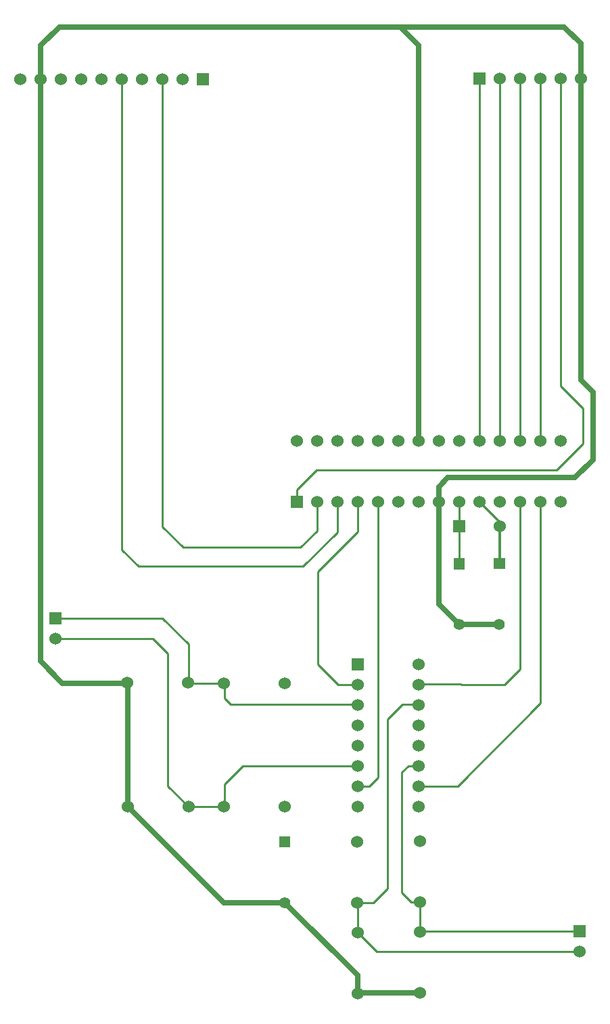
<source format=gbr>
G04 start of page 3 for group 1 idx 0 *
G04 Title: rolin, solder *
G04 Creator: pcb 20091103 *
G04 CreationDate: vie 16 abr 2010 18:34:02 GMT UTC *
G04 For: jegc *
G04 Format: Gerber/RS-274X *
G04 PCB-Dimensions: 314961 629921 *
G04 PCB-Coordinate-Origin: lower left *
%MOIN*%
%FSLAX25Y25*%
%LNBACK*%
%ADD11C,0.0250*%
%ADD12C,0.0200*%
%ADD13C,0.0600*%
%ADD14C,0.0550*%
%ADD15C,0.0380*%
%ADD16C,0.0300*%
%ADD17C,0.0280*%
%ADD18C,0.0100*%
G54D18*X85472Y595511D02*Y375157D01*
G54D11*X25473Y595512D02*X25276Y595315D01*
X25473Y612009D02*Y595512D01*
X25512Y595551D02*X25394Y595433D01*
G54D18*X85473Y595512D02*X85472Y595511D01*
X65473Y595512D02*X65472Y595511D01*
Y363701D01*
G54D11*X34567Y621103D02*X25473Y612009D01*
X25276Y595315D02*Y308976D01*
G54D18*X73504Y355669D02*X65473Y363700D01*
X85394Y330117D02*X32559D01*
X80630Y320117D02*X32559D01*
G54D11*X25276Y308975D02*X35983Y298268D01*
X68190D01*
G54D18*X181654Y387491D02*Y372677D01*
X151576Y393386D02*Y387569D01*
X181576D02*X181654Y387491D01*
X161576Y387569D02*X161615Y387530D01*
Y373188D01*
X161221Y403031D02*X151576Y393386D01*
X171891Y297597D02*X181655D01*
X162048Y353071D02*X162009Y307519D01*
X171891Y297597D01*
X181654Y372677D02*X162048Y353071D01*
X171575Y372480D02*X154764Y355669D01*
X161615Y373188D02*X153466Y365039D01*
X95591D01*
X154764Y355669D02*X73504D01*
X95591Y365039D02*X85473Y375157D01*
X115828Y298228D02*X115788Y298268D01*
X98190D01*
X98150Y298308D01*
Y317361D01*
X85394Y330117D01*
X88071Y312676D02*X80630Y320117D01*
X271536Y417609D02*Y595630D01*
G54D11*X291535Y595629D02*Y447441D01*
G54D18*X281654Y595512D02*Y444449D01*
X241536Y417609D02*Y595630D01*
X251576Y595590D02*Y417569D01*
X261576Y595590D02*Y417569D01*
G54D11*X211614Y417607D02*Y550669D01*
X211576Y417569D02*X211614Y417607D01*
X211576Y417569D02*X211615Y417608D01*
G54D18*X271576Y417569D02*X271536Y417609D01*
X292717Y416102D02*X279646Y403031D01*
X281654Y444449D02*X292716Y433306D01*
X292717Y416102D01*
G54D11*X297638Y408228D02*Y441338D01*
X291536Y447440D01*
X226024Y399291D02*X288701D01*
X297638Y408228D01*
X283464Y621103D02*X34567D01*
X211615Y612166D02*X202717Y621063D01*
X291575Y595669D02*Y612992D01*
X283464Y621103D01*
G54D18*X261536Y595630D02*X261576Y595590D01*
G54D11*X291575Y595669D02*X291535Y595629D01*
G54D18*X271536Y595630D02*X271576Y595590D01*
Y550680D01*
X281536Y595630D02*X281654Y595512D01*
G54D11*X211615Y550719D02*Y612166D01*
G54D18*X251536Y595630D02*X251576Y595590D01*
X261576D02*Y550680D01*
G54D11*X68190Y298268D02*X68229Y298229D01*
Y237441D01*
G54D18*X88071Y247599D02*Y312676D01*
G54D11*X115553Y190117D02*X145672D01*
X68229Y237441D02*X115553Y190117D01*
G54D18*X115865Y237519D02*X115787Y237441D01*
X98229D01*
X88071Y247599D01*
X181615Y287637D02*X118976D01*
X115828Y290785D01*
X124961Y257597D02*X115865Y248501D01*
Y237519D01*
X115828Y290785D02*Y298228D01*
X181655Y257597D02*X124961D01*
X231629Y375457D02*Y356966D01*
G54D11*X221576Y337019D02*Y387569D01*
G54D18*X231550Y375536D02*X231629Y375457D01*
X231576Y387569D02*X231550Y387543D01*
X279646Y403031D02*X161221D01*
G54D11*X221497Y387648D02*X221496Y387489D01*
X221576Y387569D02*X221575Y387570D01*
Y394842D01*
X226024Y399291D01*
G54D18*X171576Y387569D02*X171575Y387568D01*
Y372480D01*
X231550Y387543D02*Y375536D01*
X241576Y387569D02*X251550Y377595D01*
Y375536D02*X251439Y375425D01*
X251550Y357169D02*Y377595D01*
X251439Y375425D02*Y357058D01*
X251550Y357169D01*
X211734Y297676D02*X254056Y297598D01*
X211655Y297597D02*X211734Y297676D01*
X254056Y297598D02*X261655Y305118D01*
X261576Y387569D01*
X271576Y288307D02*Y387569D01*
G54D11*X251439Y327058D02*X251347Y326966D01*
G54D18*X211655Y247597D02*X211656Y247598D01*
X191693Y251734D02*X191576Y387569D01*
X187441Y247600D02*X191693Y251734D01*
X211655Y257597D02*X206496D01*
X203307Y254408D01*
X211656Y247598D02*X230867D01*
X271576Y288307D01*
G54D11*X231629Y326966D02*X231721Y327058D01*
X251347Y326966D02*X231629D01*
X221576Y337019D01*
X145672Y190117D02*X181492Y154297D01*
G54D18*Y175556D02*X181497Y175551D01*
X181493Y190123D02*X181492Y190122D01*
Y175556D01*
G54D11*Y154297D02*Y145556D01*
X181845Y145909D01*
X212322D01*
G54D18*X181492Y175556D02*X191025Y166023D01*
X290827D01*
X212436Y176023D02*X290827D01*
X212281Y190320D02*X212322Y190279D01*
Y175909D01*
X212436Y176023D01*
X211655Y287597D02*X211497Y287755D01*
X203661D01*
X196378Y280472D01*
X181656Y247598D02*X187441Y247600D01*
X181655Y247597D02*X181656Y247598D01*
X189337Y190123D02*X181493D01*
X196378Y280472D02*Y197164D01*
X189337Y190123D01*
X203307Y254408D02*Y195117D01*
X208104Y190320D01*
X212281D01*
X181655Y287597D02*X181615Y287637D01*
G54D12*G36*
X238536Y598630D02*Y592630D01*
X244536D01*
Y598630D01*
X238536D01*
G37*
G54D13*X251536Y595630D03*
X261536D03*
X271536D03*
X281536D03*
X291536D03*
G54D12*G36*
X248689Y359808D02*Y354308D01*
X254189D01*
Y359808D01*
X248689D01*
G37*
G36*
X228879Y359716D02*Y354216D01*
X234379D01*
Y359716D01*
X228879D01*
G37*
G36*
X228550Y378536D02*Y372536D01*
X234550D01*
Y378536D01*
X228550D01*
G37*
G54D13*X251550Y375536D03*
G54D14*X251439Y327058D03*
X231629Y326966D03*
G54D13*X241576Y387569D03*
X251576D03*
X261576D03*
X271576D03*
X281576D03*
G54D12*G36*
X287827Y179023D02*Y173023D01*
X293827D01*
Y179023D01*
X287827D01*
G37*
G54D13*X290827Y166023D03*
X241576Y417569D03*
X251576D03*
X261576D03*
X271576D03*
X281576D03*
G54D12*G36*
X178655Y310597D02*Y304597D01*
X184655D01*
Y310597D01*
X178655D01*
G37*
G54D13*X181655Y297597D03*
Y287597D03*
Y277597D03*
Y267597D03*
X211655D03*
Y277597D03*
Y287597D03*
Y297597D03*
Y307597D03*
X181655Y257597D03*
X211655D03*
X181655Y247597D03*
Y237597D03*
X211655D03*
Y247597D03*
X181469Y190093D03*
Y220093D03*
X181548Y145449D03*
Y175449D03*
X212296Y190331D03*
Y220331D03*
X212336Y145922D03*
Y175922D03*
G54D12*G36*
X102473Y598512D02*Y592512D01*
X108473D01*
Y598512D01*
X102473D01*
G37*
G54D13*X95473Y595512D03*
X85473D03*
G54D12*G36*
X148576Y390569D02*Y384569D01*
X154576D01*
Y390569D01*
X148576D01*
G37*
G54D13*X151576Y417569D03*
G54D12*G36*
X142922Y222867D02*Y217367D01*
X148422D01*
Y222867D01*
X142922D01*
G37*
G54D14*X145672Y190117D03*
G54D13*X98126Y298295D03*
X115765Y298256D03*
X98204Y237468D03*
X115802D03*
X145765Y298256D03*
X145802Y237468D03*
X75473Y595512D03*
X65473D03*
X55473D03*
X45473D03*
X35473D03*
X25473D03*
X15473D03*
G54D12*G36*
X29559Y333117D02*Y327117D01*
X35559D01*
Y333117D01*
X29559D01*
G37*
G54D13*X32559Y320117D03*
X68126Y298295D03*
X68204Y237468D03*
X161576Y387569D03*
X171576D03*
X181576D03*
X191576D03*
X201576D03*
X211576D03*
X221576D03*
X231576D03*
Y417569D03*
X221576D03*
X211576D03*
X201576D03*
X191576D03*
X181576D03*
X171576D03*
X161576D03*
G54D15*G54D16*G54D17*G54D16*G54D17*G54D15*G54D17*G54D16*G54D15*G54D17*G54D16*G54D15*G54D16*G54D17*M02*

</source>
